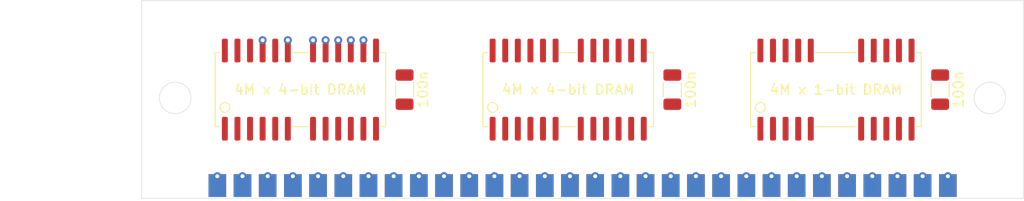
<source format=kicad_pcb>
(kicad_pcb (version 20171130) (host pcbnew "(5.1.9-0-10_14)")

  (general
    (thickness 1.6)
    (drawings 6)
    (tracks 37)
    (zones 0)
    (modules 7)
    (nets 31)
  )

  (page A4)
  (layers
    (0 F.Cu signal)
    (31 B.Cu signal)
    (32 B.Adhes user)
    (33 F.Adhes user)
    (34 B.Paste user)
    (35 F.Paste user)
    (36 B.SilkS user)
    (37 F.SilkS user)
    (38 B.Mask user)
    (39 F.Mask user)
    (40 Dwgs.User user)
    (41 Cmts.User user)
    (42 Eco1.User user)
    (43 Eco2.User user)
    (44 Edge.Cuts user)
    (45 Margin user)
    (46 B.CrtYd user)
    (47 F.CrtYd user hide)
    (48 B.Fab user)
    (49 F.Fab user hide)
  )

  (setup
    (last_trace_width 0.25)
    (user_trace_width 0.16)
    (user_trace_width 0.2)
    (trace_clearance 0.2)
    (zone_clearance 0.508)
    (zone_45_only no)
    (trace_min 0.16)
    (via_size 0.8)
    (via_drill 0.4)
    (via_min_size 0.4)
    (via_min_drill 0.3)
    (uvia_size 0.3)
    (uvia_drill 0.1)
    (uvias_allowed no)
    (uvia_min_size 0.2)
    (uvia_min_drill 0.1)
    (edge_width 0.05)
    (segment_width 0.2)
    (pcb_text_width 0.3)
    (pcb_text_size 1.5 1.5)
    (mod_edge_width 0.12)
    (mod_text_size 1 1)
    (mod_text_width 0.15)
    (pad_size 1.524 1.524)
    (pad_drill 0.762)
    (pad_to_mask_clearance 0)
    (aux_axis_origin 0 0)
    (visible_elements FFFFFF7F)
    (pcbplotparams
      (layerselection 0x010fc_ffffffff)
      (usegerberextensions false)
      (usegerberattributes true)
      (usegerberadvancedattributes true)
      (creategerberjobfile true)
      (excludeedgelayer true)
      (linewidth 0.100000)
      (plotframeref false)
      (viasonmask false)
      (mode 1)
      (useauxorigin false)
      (hpglpennumber 1)
      (hpglpenspeed 20)
      (hpglpendiameter 15.000000)
      (psnegative false)
      (psa4output false)
      (plotreference true)
      (plotvalue true)
      (plotinvisibletext false)
      (padsonsilk false)
      (subtractmaskfromsilk false)
      (outputformat 1)
      (mirror false)
      (drillshape 1)
      (scaleselection 1)
      (outputdirectory ""))
  )

  (net 0 "")
  (net 1 GND)
  (net 2 +5V)
  (net 3 /A3)
  (net 4 /A2)
  (net 5 /A1)
  (net 6 /A0)
  (net 7 /A10)
  (net 8 /A11)
  (net 9 /~RAS~)
  (net 10 /~WE~)
  (net 11 /DQ1)
  (net 12 /DQ0)
  (net 13 /DQ3)
  (net 14 /DQ2)
  (net 15 /~CAS~)
  (net 16 /A9)
  (net 17 /A8)
  (net 18 /A7)
  (net 19 /A6)
  (net 20 /A5)
  (net 21 /A4)
  (net 22 /DQ5)
  (net 23 /DQ4)
  (net 24 /DQ7)
  (net 25 /DQ6)
  (net 26 /PQ)
  (net 27 /~CASP~)
  (net 28 "Net-(IC3-Pad23)")
  (net 29 "Net-(IC3-Pad4)")
  (net 30 /PD)

  (net_class Default "This is the default net class."
    (clearance 0.2)
    (trace_width 0.25)
    (via_dia 0.8)
    (via_drill 0.4)
    (uvia_dia 0.3)
    (uvia_drill 0.1)
    (add_net +5V)
    (add_net /A0)
    (add_net /A1)
    (add_net /A10)
    (add_net /A11)
    (add_net /A2)
    (add_net /A3)
    (add_net /A4)
    (add_net /A5)
    (add_net /A6)
    (add_net /A7)
    (add_net /A8)
    (add_net /A9)
    (add_net /DQ0)
    (add_net /DQ1)
    (add_net /DQ2)
    (add_net /DQ3)
    (add_net /DQ4)
    (add_net /DQ5)
    (add_net /DQ6)
    (add_net /DQ7)
    (add_net /PD)
    (add_net /PQ)
    (add_net /~CASP~)
    (add_net /~CAS~)
    (add_net /~RAS~)
    (add_net /~WE~)
    (add_net GND)
    (add_net "Net-(IC3-Pad23)")
    (add_net "Net-(IC3-Pad4)")
  )

  (net_class Small ""
    (clearance 0.16)
    (trace_width 0.16)
    (via_dia 0.8)
    (via_drill 0.4)
    (uvia_dia 0.3)
    (uvia_drill 0.1)
  )

  (module 30pin_SIMM:30pin_SIMM (layer F.Cu) (tedit 6033EDD0) (tstamp 603473C0)
    (at 100 100)
    (descr "Adapted from https://pdf1.alldatasheet.com/datasheet-pdf/view/111210/SAMSUNG/KMM594000.html")
    (path /60394C46)
    (attr smd)
    (fp_text reference J1 (at 3 3) (layer F.Fab)
      (effects (font (size 1 1) (thickness 0.15)))
    )
    (fp_text value 30pin_SIMM_Edge (at 5 5) (layer F.Fab)
      (effects (font (size 1 1) (thickness 0.15)))
    )
    (fp_text user "Edge Cuts Layer" (at -8 -3) (layer Cmts.User)
      (effects (font (size 1 1) (thickness 0.15)))
    )
    (fp_arc (start 0.53 -4.85) (end 2.03 -4.85) (angle -90) (layer Dwgs.User) (width 0.12))
    (fp_circle (center 3.38 -10.16) (end 4.97 -10.16) (layer Dwgs.User) (width 0.12))
    (fp_line (start 0 -6.35) (end 0.53 -6.35) (layer Dwgs.User) (width 0.12))
    (fp_line (start 2.03 -4.85) (end 2.03 0) (layer Dwgs.User) (width 0.12))
    (fp_line (start 0 -20) (end 0 -6.35) (layer Dwgs.User) (width 0.12))
    (fp_line (start 2.03 0) (end 88.9 0) (layer Dwgs.User) (width 0.12))
    (fp_circle (center 85.52 -10.16) (end 87.11 -10.16) (layer Dwgs.User) (width 0.12))
    (fp_line (start 88.9 -20) (end 88.9 0) (layer Dwgs.User) (width 0.12))
    (fp_line (start 0 -20) (end 88.9 -20) (layer Dwgs.User) (width 0.12))
    (pad 30 connect rect (at 81.28 -1.3) (size 1.78 2.3) (layers B.Cu B.Mask)
      (net 2 +5V))
    (pad 29 connect rect (at 78.74 -1.3) (size 1.78 2.3) (layers B.Cu B.Mask)
      (net 30 /PD))
    (pad 28 connect rect (at 76.2 -1.3) (size 1.78 2.3) (layers B.Cu B.Mask)
      (net 27 /~CASP~))
    (pad 27 connect rect (at 73.66 -1.3) (size 1.78 2.3) (layers B.Cu B.Mask)
      (net 9 /~RAS~))
    (pad 26 connect rect (at 71.12 -1.3) (size 1.78 2.3) (layers B.Cu B.Mask)
      (net 26 /PQ))
    (pad 25 connect rect (at 68.58 -1.3) (size 1.78 2.3) (layers B.Cu B.Mask)
      (net 24 /DQ7))
    (pad 24 connect rect (at 66.04 -1.3) (size 1.78 2.3) (layers B.Cu B.Mask)
      (net 8 /A11))
    (pad 23 connect rect (at 63.5 -1.3) (size 1.78 2.3) (layers B.Cu B.Mask)
      (net 25 /DQ6))
    (pad 22 connect rect (at 60.96 -1.3) (size 1.78 2.3) (layers B.Cu B.Mask)
      (net 1 GND))
    (pad 21 connect rect (at 58.42 -1.3) (size 1.78 2.3) (layers B.Cu B.Mask)
      (net 10 /~WE~))
    (pad 20 connect rect (at 55.88 -1.3) (size 1.78 2.3) (layers B.Cu B.Mask)
      (net 22 /DQ5))
    (pad 19 connect rect (at 53.34 -1.3) (size 1.78 2.3) (layers B.Cu B.Mask)
      (net 7 /A10))
    (pad 18 connect rect (at 50.8 -1.3) (size 1.78 2.3) (layers B.Cu B.Mask)
      (net 16 /A9))
    (pad 17 connect rect (at 48.26 -1.3) (size 1.78 2.3) (layers B.Cu B.Mask)
      (net 17 /A8))
    (pad 16 connect rect (at 45.72 -1.3) (size 1.78 2.3) (layers B.Cu B.Mask)
      (net 23 /DQ4))
    (pad 15 connect rect (at 43.18 -1.3) (size 1.78 2.3) (layers B.Cu B.Mask)
      (net 18 /A7))
    (pad 14 connect rect (at 40.64 -1.3) (size 1.78 2.3) (layers B.Cu B.Mask)
      (net 19 /A6))
    (pad 13 connect rect (at 38.1 -1.3) (size 1.78 2.3) (layers B.Cu B.Mask)
      (net 13 /DQ3))
    (pad 12 connect rect (at 35.56 -1.3) (size 1.78 2.3) (layers B.Cu B.Mask)
      (net 20 /A5))
    (pad 11 connect rect (at 33.02 -1.3) (size 1.78 2.3) (layers B.Cu B.Mask)
      (net 21 /A4))
    (pad 10 connect rect (at 30.48 -1.3) (size 1.78 2.3) (layers B.Cu B.Mask)
      (net 14 /DQ2))
    (pad 9 connect rect (at 27.94 -1.3) (size 1.78 2.3) (layers B.Cu B.Mask)
      (net 1 GND))
    (pad 8 connect rect (at 25.4 -1.3) (size 1.78 2.3) (layers B.Cu B.Mask)
      (net 3 /A3))
    (pad 7 connect rect (at 22.86 -1.3) (size 1.78 2.3) (layers B.Cu B.Mask)
      (net 4 /A2))
    (pad 6 connect rect (at 20.32 -1.3) (size 1.78 2.3) (layers B.Cu B.Mask)
      (net 11 /DQ1))
    (pad 5 connect rect (at 17.78 -1.3) (size 1.78 2.3) (layers B.Cu B.Mask)
      (net 5 /A1))
    (pad 4 connect rect (at 15.24 -1.3) (size 1.78 2.3) (layers B.Cu B.Mask)
      (net 6 /A0))
    (pad 3 connect rect (at 12.7 -1.3) (size 1.78 2.3) (layers B.Cu B.Mask)
      (net 12 /DQ0))
    (pad 2 connect rect (at 10.16 -1.3) (size 1.78 2.3) (layers B.Cu B.Mask)
      (net 15 /~CAS~))
    (pad 30 connect rect (at 81.28 -1.3) (size 1.78 2.3) (layers F.Cu F.Mask)
      (net 2 +5V))
    (pad 29 connect rect (at 78.74 -1.3) (size 1.78 2.3) (layers F.Cu F.Mask)
      (net 30 /PD))
    (pad 28 connect rect (at 76.2 -1.3) (size 1.78 2.3) (layers F.Cu F.Mask)
      (net 27 /~CASP~))
    (pad 27 connect rect (at 73.66 -1.3) (size 1.78 2.3) (layers F.Cu F.Mask)
      (net 9 /~RAS~))
    (pad 26 connect rect (at 71.12 -1.3) (size 1.78 2.3) (layers F.Cu F.Mask)
      (net 26 /PQ))
    (pad 25 connect rect (at 68.58 -1.3) (size 1.78 2.3) (layers F.Cu F.Mask)
      (net 24 /DQ7))
    (pad 24 connect rect (at 66.04 -1.3) (size 1.78 2.3) (layers F.Cu F.Mask)
      (net 8 /A11))
    (pad 23 connect rect (at 63.5 -1.3) (size 1.78 2.3) (layers F.Cu F.Mask)
      (net 25 /DQ6))
    (pad 22 connect rect (at 60.96 -1.3) (size 1.78 2.3) (layers F.Cu F.Mask)
      (net 1 GND))
    (pad 21 connect rect (at 58.42 -1.3) (size 1.78 2.3) (layers F.Cu F.Mask)
      (net 10 /~WE~))
    (pad 20 connect rect (at 55.88 -1.3) (size 1.78 2.3) (layers F.Cu F.Mask)
      (net 22 /DQ5))
    (pad 19 connect rect (at 53.34 -1.3) (size 1.78 2.3) (layers F.Cu F.Mask)
      (net 7 /A10))
    (pad 18 connect rect (at 50.8 -1.3) (size 1.78 2.3) (layers F.Cu F.Mask)
      (net 16 /A9))
    (pad 17 connect rect (at 48.26 -1.3) (size 1.78 2.3) (layers F.Cu F.Mask)
      (net 17 /A8))
    (pad 16 connect rect (at 45.72 -1.3) (size 1.78 2.3) (layers F.Cu F.Mask)
      (net 23 /DQ4))
    (pad 15 connect rect (at 43.18 -1.3) (size 1.78 2.3) (layers F.Cu F.Mask)
      (net 18 /A7))
    (pad 14 connect rect (at 40.64 -1.3) (size 1.78 2.3) (layers F.Cu F.Mask)
      (net 19 /A6))
    (pad 13 connect rect (at 38.1 -1.3) (size 1.78 2.3) (layers F.Cu F.Mask)
      (net 13 /DQ3))
    (pad 12 connect rect (at 35.56 -1.3) (size 1.78 2.3) (layers F.Cu F.Mask)
      (net 20 /A5))
    (pad 11 connect rect (at 33.02 -1.3) (size 1.78 2.3) (layers F.Cu F.Mask)
      (net 21 /A4))
    (pad 10 connect rect (at 30.48 -1.3) (size 1.78 2.3) (layers F.Cu F.Mask)
      (net 14 /DQ2))
    (pad 9 connect rect (at 27.94 -1.3) (size 1.78 2.3) (layers F.Cu F.Mask)
      (net 1 GND))
    (pad 8 connect rect (at 25.4 -1.3) (size 1.78 2.3) (layers F.Cu F.Mask)
      (net 3 /A3))
    (pad 7 connect rect (at 22.86 -1.3) (size 1.78 2.3) (layers F.Cu F.Mask)
      (net 4 /A2))
    (pad 6 connect rect (at 20.32 -1.3) (size 1.78 2.3) (layers F.Cu F.Mask)
      (net 11 /DQ1))
    (pad 5 connect rect (at 17.78 -1.3) (size 1.78 2.3) (layers F.Cu F.Mask)
      (net 5 /A1))
    (pad 4 connect rect (at 15.24 -1.3) (size 1.78 2.3) (layers F.Cu F.Mask)
      (net 6 /A0))
    (pad 3 connect rect (at 12.7 -1.3) (size 1.78 2.3) (layers F.Cu F.Mask)
      (net 12 /DQ0))
    (pad 2 connect rect (at 10.16 -1.3) (size 1.78 2.3) (layers F.Cu F.Mask)
      (net 15 /~CAS~))
    (pad 1 connect rect (at 7.62 -1.3) (size 1.78 2.3) (layers F.Cu F.Mask)
      (net 2 +5V))
    (pad 1 connect rect (at 7.62 -1.3) (size 1.78 2.3) (layers B.Cu B.Mask)
      (net 2 +5V))
  )

  (module 30pin_SIMM:4Mx1bit_DRAM_SOJ-20-26_7.5mm_HandSolder (layer F.Cu) (tedit 6033B8D0) (tstamp 60347376)
    (at 170 89 90)
    (descr "Adapted from https://www.topline.tv/drawings/pdf/SOJ/SOLJ2026.pdf")
    (path /60346061)
    (attr smd)
    (fp_text reference IC3 (at -14.2 -0.5 180) (layer F.Fab)
      (effects (font (size 1 1) (thickness 0.15)))
    )
    (fp_text value 4Mx1bit_DRAM (at -12.2 -0.5 180) (layer F.Fab)
      (effects (font (size 1 1) (thickness 0.15)))
    )
    (fp_text user "4M x 1-bit DRAM" (at 0 0 180) (layer F.SilkS)
      (effects (font (size 1 1) (thickness 0.15)))
    )
    (fp_line (start 3.75 2.04) (end 3.75 -2.04) (layer F.SilkS) (width 0.12))
    (fp_line (start -3.75 -8.6) (end -3.75 -8.12) (layer F.SilkS) (width 0.12))
    (fp_line (start -3.75 2.04) (end -3.75 -2.04) (layer F.SilkS) (width 0.12))
    (fp_circle (center -1.8 -7.62) (end -1.3 -7.62) (layer F.SilkS) (width 0.12))
    (fp_line (start 3.75 8.6) (end -3.75 8.6) (layer F.SilkS) (width 0.12))
    (fp_line (start -3.75 -8.6) (end 3.75 -8.6) (layer F.SilkS) (width 0.12))
    (fp_line (start -3.75 8.6) (end -3.75 8.12) (layer F.SilkS) (width 0.12))
    (fp_line (start 3.75 -8.6) (end 3.75 -8.12) (layer F.SilkS) (width 0.12))
    (fp_line (start 3.75 8.6) (end 3.75 8.12) (layer F.SilkS) (width 0.12))
    (pad 26 smd roundrect (at 3.7 -7.62 90) (size 2.4 0.6) (drill (offset 0.25 0)) (layers F.Cu F.Paste F.Mask) (roundrect_rratio 0.25)
      (net 1 GND))
    (pad 25 smd roundrect (at 3.7 -6.35 90) (size 2.4 0.6) (drill (offset 0.25 0)) (layers F.Cu F.Paste F.Mask) (roundrect_rratio 0.25)
      (net 26 /PQ))
    (pad 24 smd roundrect (at 3.7 -5.08 90) (size 2.4 0.6) (drill (offset 0.25 0)) (layers F.Cu F.Paste F.Mask) (roundrect_rratio 0.25)
      (net 27 /~CASP~))
    (pad 23 smd roundrect (at 3.7 -3.81 90) (size 2.4 0.6) (drill (offset 0.25 0)) (layers F.Cu F.Paste F.Mask) (roundrect_rratio 0.25)
      (net 28 "Net-(IC3-Pad23)"))
    (pad 22 smd roundrect (at 3.7 -2.54 90) (size 2.4 0.6) (drill (offset 0.25 0)) (layers F.Cu F.Paste F.Mask) (roundrect_rratio 0.25)
      (net 16 /A9))
    (pad 18 smd roundrect (at 3.7 2.54 90) (size 2.4 0.6) (drill (offset 0.25 0)) (layers F.Cu F.Paste F.Mask) (roundrect_rratio 0.25)
      (net 17 /A8))
    (pad 17 smd roundrect (at 3.7 3.81 90) (size 2.4 0.6) (drill (offset 0.25 0)) (layers F.Cu F.Paste F.Mask) (roundrect_rratio 0.25)
      (net 18 /A7))
    (pad 16 smd roundrect (at 3.7 5.08 90) (size 2.4 0.6) (drill (offset 0.25 0)) (layers F.Cu F.Paste F.Mask) (roundrect_rratio 0.25)
      (net 19 /A6))
    (pad 15 smd roundrect (at 3.7 6.35 90) (size 2.4 0.6) (drill (offset 0.25 0)) (layers F.Cu F.Paste F.Mask) (roundrect_rratio 0.25)
      (net 20 /A5))
    (pad 13 smd roundrect (at -3.7 7.62 90) (size 2.4 0.6) (drill (offset -0.25 0)) (layers F.Cu F.Paste F.Mask) (roundrect_rratio 0.25)
      (net 2 +5V))
    (pad 12 smd roundrect (at -3.7 6.35 90) (size 2.4 0.6) (drill (offset -0.25 0)) (layers F.Cu F.Paste F.Mask) (roundrect_rratio 0.25)
      (net 3 /A3))
    (pad 11 smd roundrect (at -3.7 5.08 90) (size 2.4 0.6) (drill (offset -0.25 0)) (layers F.Cu F.Paste F.Mask) (roundrect_rratio 0.25)
      (net 4 /A2))
    (pad 10 smd roundrect (at -3.7 3.81 90) (size 2.4 0.6) (drill (offset -0.25 0)) (layers F.Cu F.Paste F.Mask) (roundrect_rratio 0.25)
      (net 5 /A1))
    (pad 9 smd roundrect (at -3.7 2.54 90) (size 2.4 0.6) (drill (offset -0.25 0)) (layers F.Cu F.Paste F.Mask) (roundrect_rratio 0.25)
      (net 6 /A0))
    (pad 5 smd roundrect (at -3.7 -2.54 90) (size 2.4 0.6) (drill (offset -0.25 0)) (layers F.Cu F.Paste F.Mask) (roundrect_rratio 0.25)
      (net 7 /A10))
    (pad 4 smd roundrect (at -3.7 -3.81 90) (size 2.4 0.6) (drill (offset -0.25 0)) (layers F.Cu F.Paste F.Mask) (roundrect_rratio 0.25)
      (net 29 "Net-(IC3-Pad4)"))
    (pad 3 smd roundrect (at -3.7 -5.08 90) (size 2.4 0.6) (drill (offset -0.25 0)) (layers F.Cu F.Paste F.Mask) (roundrect_rratio 0.25)
      (net 9 /~RAS~))
    (pad 2 smd roundrect (at -3.7 -6.35 90) (size 2.4 0.6) (drill (offset -0.25 0)) (layers F.Cu F.Paste F.Mask) (roundrect_rratio 0.25)
      (net 10 /~WE~))
    (pad 1 smd roundrect (at -3.7 -7.62 90) (size 2.4 0.6) (drill (offset -0.25 0)) (layers F.Cu F.Paste F.Mask) (roundrect_rratio 0.25)
      (net 30 /PD))
    (pad 14 smd roundrect (at 3.7 7.62 90) (size 2.4 0.6) (drill (offset 0.25 0)) (layers F.Cu F.Paste F.Mask) (roundrect_rratio 0.25)
      (net 21 /A4))
  )

  (module 30pin_SIMM:4Mx4bit_DRAM_SOJ-24-26_7.5mm_HandSolder (layer F.Cu) (tedit 6033B983) (tstamp 60347354)
    (at 143 89 90)
    (descr "Adapted from https://www.topline.tv/drawings/pdf/SOJ/SOLJ2426.pdf")
    (path /60342826)
    (attr smd)
    (fp_text reference IC2 (at -13.9 0.5 180) (layer F.Fab)
      (effects (font (size 1 1) (thickness 0.15)))
    )
    (fp_text value 4Mx4bit_DRAM (at -11.9 0.5 180) (layer F.Fab)
      (effects (font (size 1 1) (thickness 0.15)))
    )
    (fp_text user "4M x 4-bit DRAM" (at 0 0 180) (layer F.SilkS)
      (effects (font (size 1 1) (thickness 0.15)))
    )
    (fp_line (start 3.75 -0.77) (end 3.75 0.77) (layer F.SilkS) (width 0.12))
    (fp_line (start -3.75 -0.77) (end -3.75 0.77) (layer F.SilkS) (width 0.12))
    (fp_line (start -3.75 8.6) (end -3.75 8.12) (layer F.SilkS) (width 0.12))
    (fp_line (start 3.75 8.6) (end 3.75 8.12) (layer F.SilkS) (width 0.12))
    (fp_line (start -3.75 -8.6) (end 3.75 -8.6) (layer F.SilkS) (width 0.12))
    (fp_line (start 3.75 8.6) (end -3.75 8.6) (layer F.SilkS) (width 0.12))
    (fp_circle (center -1.8 -7.62) (end -1.3 -7.62) (layer F.SilkS) (width 0.12))
    (fp_line (start -3.75 -8.6) (end -3.75 -8.12) (layer F.SilkS) (width 0.12))
    (fp_line (start 3.75 -8.6) (end 3.75 -8.12) (layer F.SilkS) (width 0.12))
    (pad 13 smd roundrect (at -3.7 7.62 90) (size 2.4 0.6) (drill (offset -0.25 0)) (layers F.Cu F.Paste F.Mask) (roundrect_rratio 0.25)
      (net 2 +5V))
    (pad 12 smd roundrect (at -3.7 6.35 90) (size 2.4 0.6) (drill (offset -0.25 0)) (layers F.Cu F.Paste F.Mask) (roundrect_rratio 0.25)
      (net 3 /A3))
    (pad 11 smd roundrect (at -3.7 5.08 90) (size 2.4 0.6) (drill (offset -0.25 0)) (layers F.Cu F.Paste F.Mask) (roundrect_rratio 0.25)
      (net 4 /A2))
    (pad 10 smd roundrect (at -3.7 3.81 90) (size 2.4 0.6) (drill (offset -0.25 0)) (layers F.Cu F.Paste F.Mask) (roundrect_rratio 0.25)
      (net 5 /A1))
    (pad 9 smd roundrect (at -3.7 2.54 90) (size 2.4 0.6) (drill (offset -0.25 0)) (layers F.Cu F.Paste F.Mask) (roundrect_rratio 0.25)
      (net 6 /A0))
    (pad 8 smd roundrect (at -3.7 1.27 90) (size 2.4 0.6) (drill (offset -0.25 0)) (layers F.Cu F.Paste F.Mask) (roundrect_rratio 0.25)
      (net 7 /A10))
    (pad 6 smd roundrect (at -3.7 -1.27 90) (size 2.4 0.6) (drill (offset -0.25 0)) (layers F.Cu F.Paste F.Mask) (roundrect_rratio 0.25)
      (net 8 /A11))
    (pad 5 smd roundrect (at -3.7 -2.54 90) (size 2.4 0.6) (drill (offset -0.25 0)) (layers F.Cu F.Paste F.Mask) (roundrect_rratio 0.25)
      (net 9 /~RAS~))
    (pad 4 smd roundrect (at -3.7 -3.81 90) (size 2.4 0.6) (drill (offset -0.25 0)) (layers F.Cu F.Paste F.Mask) (roundrect_rratio 0.25)
      (net 10 /~WE~))
    (pad 3 smd roundrect (at -3.7 -5.08 90) (size 2.4 0.6) (drill (offset -0.25 0)) (layers F.Cu F.Paste F.Mask) (roundrect_rratio 0.25)
      (net 22 /DQ5))
    (pad 2 smd roundrect (at -3.7 -6.35 90) (size 2.4 0.6) (drill (offset -0.25 0)) (layers F.Cu F.Paste F.Mask) (roundrect_rratio 0.25)
      (net 23 /DQ4))
    (pad 26 smd roundrect (at 3.7 -7.62 90) (size 2.4 0.6) (drill (offset 0.25 0)) (layers F.Cu F.Paste F.Mask) (roundrect_rratio 0.25)
      (net 1 GND))
    (pad 25 smd roundrect (at 3.7 -6.35 90) (size 2.4 0.6) (drill (offset 0.25 0)) (layers F.Cu F.Paste F.Mask) (roundrect_rratio 0.25)
      (net 24 /DQ7))
    (pad 24 smd roundrect (at 3.7 -5.08 90) (size 2.4 0.6) (drill (offset 0.25 0)) (layers F.Cu F.Paste F.Mask) (roundrect_rratio 0.25)
      (net 25 /DQ6))
    (pad 23 smd roundrect (at 3.7 -3.81 90) (size 2.4 0.6) (drill (offset 0.25 0)) (layers F.Cu F.Paste F.Mask) (roundrect_rratio 0.25)
      (net 15 /~CAS~))
    (pad 22 smd roundrect (at 3.7 -2.54 90) (size 2.4 0.6) (drill (offset 0.25 0)) (layers F.Cu F.Paste F.Mask) (roundrect_rratio 0.25)
      (net 1 GND))
    (pad 21 smd roundrect (at 3.7 -1.27 90) (size 2.4 0.6) (drill (offset 0.25 0)) (layers F.Cu F.Paste F.Mask) (roundrect_rratio 0.25)
      (net 16 /A9))
    (pad 19 smd roundrect (at 3.7 1.27 90) (size 2.4 0.6) (drill (offset 0.25 0)) (layers F.Cu F.Paste F.Mask) (roundrect_rratio 0.25)
      (net 17 /A8))
    (pad 18 smd roundrect (at 3.7 2.54 90) (size 2.4 0.6) (drill (offset 0.25 0)) (layers F.Cu F.Paste F.Mask) (roundrect_rratio 0.25)
      (net 18 /A7))
    (pad 17 smd roundrect (at 3.7 3.81 90) (size 2.4 0.6) (drill (offset 0.25 0)) (layers F.Cu F.Paste F.Mask) (roundrect_rratio 0.25)
      (net 19 /A6))
    (pad 16 smd roundrect (at 3.7 5.08 90) (size 2.4 0.6) (drill (offset 0.25 0)) (layers F.Cu F.Paste F.Mask) (roundrect_rratio 0.25)
      (net 20 /A5))
    (pad 15 smd roundrect (at 3.7 6.35 90) (size 2.4 0.6) (drill (offset 0.25 0)) (layers F.Cu F.Paste F.Mask) (roundrect_rratio 0.25)
      (net 21 /A4))
    (pad 1 smd roundrect (at -3.7 -7.62 90) (size 2.4 0.6) (drill (offset -0.25 0)) (layers F.Cu F.Paste F.Mask) (roundrect_rratio 0.25)
      (net 2 +5V))
    (pad 14 smd roundrect (at 3.7 7.62 90) (size 2.4 0.6) (drill (offset 0.25 0)) (layers F.Cu F.Paste F.Mask) (roundrect_rratio 0.25)
      (net 1 GND))
  )

  (module 30pin_SIMM:4Mx4bit_DRAM_SOJ-24-26_7.5mm_HandSolder (layer F.Cu) (tedit 6033B983) (tstamp 6034732E)
    (at 116 89 90)
    (descr "Adapted from https://www.topline.tv/drawings/pdf/SOJ/SOLJ2426.pdf")
    (path /60335F03)
    (attr smd)
    (fp_text reference IC1 (at -14.3 -0.1 180) (layer F.Fab)
      (effects (font (size 1 1) (thickness 0.15)))
    )
    (fp_text value 4Mx4bit_DRAM (at -12.3 -0.1 180) (layer F.Fab)
      (effects (font (size 1 1) (thickness 0.15)))
    )
    (fp_text user "4M x 4-bit DRAM" (at 0 0 180) (layer F.SilkS)
      (effects (font (size 1 1) (thickness 0.15)))
    )
    (fp_line (start 3.75 -0.77) (end 3.75 0.77) (layer F.SilkS) (width 0.12))
    (fp_line (start -3.75 -0.77) (end -3.75 0.77) (layer F.SilkS) (width 0.12))
    (fp_line (start -3.75 8.6) (end -3.75 8.12) (layer F.SilkS) (width 0.12))
    (fp_line (start 3.75 8.6) (end 3.75 8.12) (layer F.SilkS) (width 0.12))
    (fp_line (start -3.75 -8.6) (end 3.75 -8.6) (layer F.SilkS) (width 0.12))
    (fp_line (start 3.75 8.6) (end -3.75 8.6) (layer F.SilkS) (width 0.12))
    (fp_circle (center -1.8 -7.62) (end -1.3 -7.62) (layer F.SilkS) (width 0.12))
    (fp_line (start -3.75 -8.6) (end -3.75 -8.12) (layer F.SilkS) (width 0.12))
    (fp_line (start 3.75 -8.6) (end 3.75 -8.12) (layer F.SilkS) (width 0.12))
    (pad 13 smd roundrect (at -3.7 7.62 90) (size 2.4 0.6) (drill (offset -0.25 0)) (layers F.Cu F.Paste F.Mask) (roundrect_rratio 0.25)
      (net 2 +5V))
    (pad 12 smd roundrect (at -3.7 6.35 90) (size 2.4 0.6) (drill (offset -0.25 0)) (layers F.Cu F.Paste F.Mask) (roundrect_rratio 0.25)
      (net 3 /A3))
    (pad 11 smd roundrect (at -3.7 5.08 90) (size 2.4 0.6) (drill (offset -0.25 0)) (layers F.Cu F.Paste F.Mask) (roundrect_rratio 0.25)
      (net 4 /A2))
    (pad 10 smd roundrect (at -3.7 3.81 90) (size 2.4 0.6) (drill (offset -0.25 0)) (layers F.Cu F.Paste F.Mask) (roundrect_rratio 0.25)
      (net 5 /A1))
    (pad 9 smd roundrect (at -3.7 2.54 90) (size 2.4 0.6) (drill (offset -0.25 0)) (layers F.Cu F.Paste F.Mask) (roundrect_rratio 0.25)
      (net 6 /A0))
    (pad 8 smd roundrect (at -3.7 1.27 90) (size 2.4 0.6) (drill (offset -0.25 0)) (layers F.Cu F.Paste F.Mask) (roundrect_rratio 0.25)
      (net 7 /A10))
    (pad 6 smd roundrect (at -3.7 -1.27 90) (size 2.4 0.6) (drill (offset -0.25 0)) (layers F.Cu F.Paste F.Mask) (roundrect_rratio 0.25)
      (net 8 /A11))
    (pad 5 smd roundrect (at -3.7 -2.54 90) (size 2.4 0.6) (drill (offset -0.25 0)) (layers F.Cu F.Paste F.Mask) (roundrect_rratio 0.25)
      (net 9 /~RAS~))
    (pad 4 smd roundrect (at -3.7 -3.81 90) (size 2.4 0.6) (drill (offset -0.25 0)) (layers F.Cu F.Paste F.Mask) (roundrect_rratio 0.25)
      (net 10 /~WE~))
    (pad 3 smd roundrect (at -3.7 -5.08 90) (size 2.4 0.6) (drill (offset -0.25 0)) (layers F.Cu F.Paste F.Mask) (roundrect_rratio 0.25)
      (net 11 /DQ1))
    (pad 2 smd roundrect (at -3.7 -6.35 90) (size 2.4 0.6) (drill (offset -0.25 0)) (layers F.Cu F.Paste F.Mask) (roundrect_rratio 0.25)
      (net 12 /DQ0))
    (pad 26 smd roundrect (at 3.7 -7.62 90) (size 2.4 0.6) (drill (offset 0.25 0)) (layers F.Cu F.Paste F.Mask) (roundrect_rratio 0.25)
      (net 1 GND))
    (pad 25 smd roundrect (at 3.7 -6.35 90) (size 2.4 0.6) (drill (offset 0.25 0)) (layers F.Cu F.Paste F.Mask) (roundrect_rratio 0.25)
      (net 13 /DQ3))
    (pad 24 smd roundrect (at 3.7 -5.08 90) (size 2.4 0.6) (drill (offset 0.25 0)) (layers F.Cu F.Paste F.Mask) (roundrect_rratio 0.25)
      (net 14 /DQ2))
    (pad 23 smd roundrect (at 3.7 -3.81 90) (size 2.4 0.6) (drill (offset 0.25 0)) (layers F.Cu F.Paste F.Mask) (roundrect_rratio 0.25)
      (net 15 /~CAS~))
    (pad 22 smd roundrect (at 3.7 -2.54 90) (size 2.4 0.6) (drill (offset 0.25 0)) (layers F.Cu F.Paste F.Mask) (roundrect_rratio 0.25)
      (net 1 GND))
    (pad 21 smd roundrect (at 3.7 -1.27 90) (size 2.4 0.6) (drill (offset 0.25 0)) (layers F.Cu F.Paste F.Mask) (roundrect_rratio 0.25)
      (net 16 /A9))
    (pad 19 smd roundrect (at 3.7 1.27 90) (size 2.4 0.6) (drill (offset 0.25 0)) (layers F.Cu F.Paste F.Mask) (roundrect_rratio 0.25)
      (net 17 /A8))
    (pad 18 smd roundrect (at 3.7 2.54 90) (size 2.4 0.6) (drill (offset 0.25 0)) (layers F.Cu F.Paste F.Mask) (roundrect_rratio 0.25)
      (net 18 /A7))
    (pad 17 smd roundrect (at 3.7 3.81 90) (size 2.4 0.6) (drill (offset 0.25 0)) (layers F.Cu F.Paste F.Mask) (roundrect_rratio 0.25)
      (net 19 /A6))
    (pad 16 smd roundrect (at 3.7 5.08 90) (size 2.4 0.6) (drill (offset 0.25 0)) (layers F.Cu F.Paste F.Mask) (roundrect_rratio 0.25)
      (net 20 /A5))
    (pad 15 smd roundrect (at 3.7 6.35 90) (size 2.4 0.6) (drill (offset 0.25 0)) (layers F.Cu F.Paste F.Mask) (roundrect_rratio 0.25)
      (net 21 /A4))
    (pad 1 smd roundrect (at -3.7 -7.62 90) (size 2.4 0.6) (drill (offset -0.25 0)) (layers F.Cu F.Paste F.Mask) (roundrect_rratio 0.25)
      (net 2 +5V))
    (pad 14 smd roundrect (at 3.7 7.62 90) (size 2.4 0.6) (drill (offset 0.25 0)) (layers F.Cu F.Paste F.Mask) (roundrect_rratio 0.25)
      (net 1 GND))
  )

  (module Capacitor_SMD:C_1206_3216Metric (layer F.Cu) (tedit 5F68FEEE) (tstamp 60347308)
    (at 180.5 89 90)
    (descr "Capacitor SMD 1206 (3216 Metric), square (rectangular) end terminal, IPC_7351 nominal, (Body size source: IPC-SM-782 page 76, https://www.pcb-3d.com/wordpress/wp-content/uploads/ipc-sm-782a_amendment_1_and_2.pdf), generated with kicad-footprint-generator")
    (tags capacitor)
    (path /6034720C)
    (attr smd)
    (fp_text reference C3 (at 0 -1.85 90) (layer F.Fab)
      (effects (font (size 1 1) (thickness 0.15)))
    )
    (fp_text value 100n (at 0 1.85 90) (layer F.SilkS)
      (effects (font (size 1 1) (thickness 0.15)))
    )
    (fp_text user %R (at 0 0 90) (layer F.Fab)
      (effects (font (size 0.8 0.8) (thickness 0.12)))
    )
    (fp_line (start -1.6 0.8) (end -1.6 -0.8) (layer F.Fab) (width 0.1))
    (fp_line (start -1.6 -0.8) (end 1.6 -0.8) (layer F.Fab) (width 0.1))
    (fp_line (start 1.6 -0.8) (end 1.6 0.8) (layer F.Fab) (width 0.1))
    (fp_line (start 1.6 0.8) (end -1.6 0.8) (layer F.Fab) (width 0.1))
    (fp_line (start -0.711252 -0.91) (end 0.711252 -0.91) (layer F.SilkS) (width 0.12))
    (fp_line (start -0.711252 0.91) (end 0.711252 0.91) (layer F.SilkS) (width 0.12))
    (fp_line (start -2.3 1.15) (end -2.3 -1.15) (layer F.CrtYd) (width 0.05))
    (fp_line (start -2.3 -1.15) (end 2.3 -1.15) (layer F.CrtYd) (width 0.05))
    (fp_line (start 2.3 -1.15) (end 2.3 1.15) (layer F.CrtYd) (width 0.05))
    (fp_line (start 2.3 1.15) (end -2.3 1.15) (layer F.CrtYd) (width 0.05))
    (pad 2 smd roundrect (at 1.475 0 90) (size 1.15 1.8) (layers F.Cu F.Paste F.Mask) (roundrect_rratio 0.217391)
      (net 1 GND))
    (pad 1 smd roundrect (at -1.475 0 90) (size 1.15 1.8) (layers F.Cu F.Paste F.Mask) (roundrect_rratio 0.217391)
      (net 2 +5V))
    (model ${KISYS3DMOD}/Capacitor_SMD.3dshapes/C_1206_3216Metric.wrl
      (at (xyz 0 0 0))
      (scale (xyz 1 1 1))
      (rotate (xyz 0 0 0))
    )
  )

  (module Capacitor_SMD:C_1206_3216Metric (layer F.Cu) (tedit 5F68FEEE) (tstamp 603472F7)
    (at 153.5 89 90)
    (descr "Capacitor SMD 1206 (3216 Metric), square (rectangular) end terminal, IPC_7351 nominal, (Body size source: IPC-SM-782 page 76, https://www.pcb-3d.com/wordpress/wp-content/uploads/ipc-sm-782a_amendment_1_and_2.pdf), generated with kicad-footprint-generator")
    (tags capacitor)
    (path /60346DEB)
    (attr smd)
    (fp_text reference C2 (at 0 -1.85 90) (layer F.Fab)
      (effects (font (size 1 1) (thickness 0.15)))
    )
    (fp_text value 100n (at 0 1.85 90) (layer F.SilkS)
      (effects (font (size 1 1) (thickness 0.15)))
    )
    (fp_text user %R (at 0 0 90) (layer F.Fab)
      (effects (font (size 0.8 0.8) (thickness 0.12)))
    )
    (fp_line (start -1.6 0.8) (end -1.6 -0.8) (layer F.Fab) (width 0.1))
    (fp_line (start -1.6 -0.8) (end 1.6 -0.8) (layer F.Fab) (width 0.1))
    (fp_line (start 1.6 -0.8) (end 1.6 0.8) (layer F.Fab) (width 0.1))
    (fp_line (start 1.6 0.8) (end -1.6 0.8) (layer F.Fab) (width 0.1))
    (fp_line (start -0.711252 -0.91) (end 0.711252 -0.91) (layer F.SilkS) (width 0.12))
    (fp_line (start -0.711252 0.91) (end 0.711252 0.91) (layer F.SilkS) (width 0.12))
    (fp_line (start -2.3 1.15) (end -2.3 -1.15) (layer F.CrtYd) (width 0.05))
    (fp_line (start -2.3 -1.15) (end 2.3 -1.15) (layer F.CrtYd) (width 0.05))
    (fp_line (start 2.3 -1.15) (end 2.3 1.15) (layer F.CrtYd) (width 0.05))
    (fp_line (start 2.3 1.15) (end -2.3 1.15) (layer F.CrtYd) (width 0.05))
    (pad 2 smd roundrect (at 1.475 0 90) (size 1.15 1.8) (layers F.Cu F.Paste F.Mask) (roundrect_rratio 0.217391)
      (net 1 GND))
    (pad 1 smd roundrect (at -1.475 0 90) (size 1.15 1.8) (layers F.Cu F.Paste F.Mask) (roundrect_rratio 0.217391)
      (net 2 +5V))
    (model ${KISYS3DMOD}/Capacitor_SMD.3dshapes/C_1206_3216Metric.wrl
      (at (xyz 0 0 0))
      (scale (xyz 1 1 1))
      (rotate (xyz 0 0 0))
    )
  )

  (module Capacitor_SMD:C_1206_3216Metric (layer F.Cu) (tedit 5F68FEEE) (tstamp 603472E6)
    (at 126.5 89 90)
    (descr "Capacitor SMD 1206 (3216 Metric), square (rectangular) end terminal, IPC_7351 nominal, (Body size source: IPC-SM-782 page 76, https://www.pcb-3d.com/wordpress/wp-content/uploads/ipc-sm-782a_amendment_1_and_2.pdf), generated with kicad-footprint-generator")
    (tags capacitor)
    (path /603469E9)
    (attr smd)
    (fp_text reference C1 (at 0 -1.85 90) (layer F.Fab)
      (effects (font (size 1 1) (thickness 0.15)))
    )
    (fp_text value 100n (at 0 1.85 90) (layer F.SilkS)
      (effects (font (size 1 1) (thickness 0.15)))
    )
    (fp_text user %R (at 0 0 90) (layer F.Fab)
      (effects (font (size 0.8 0.8) (thickness 0.12)))
    )
    (fp_line (start -1.6 0.8) (end -1.6 -0.8) (layer F.Fab) (width 0.1))
    (fp_line (start -1.6 -0.8) (end 1.6 -0.8) (layer F.Fab) (width 0.1))
    (fp_line (start 1.6 -0.8) (end 1.6 0.8) (layer F.Fab) (width 0.1))
    (fp_line (start 1.6 0.8) (end -1.6 0.8) (layer F.Fab) (width 0.1))
    (fp_line (start -0.711252 -0.91) (end 0.711252 -0.91) (layer F.SilkS) (width 0.12))
    (fp_line (start -0.711252 0.91) (end 0.711252 0.91) (layer F.SilkS) (width 0.12))
    (fp_line (start -2.3 1.15) (end -2.3 -1.15) (layer F.CrtYd) (width 0.05))
    (fp_line (start -2.3 -1.15) (end 2.3 -1.15) (layer F.CrtYd) (width 0.05))
    (fp_line (start 2.3 -1.15) (end 2.3 1.15) (layer F.CrtYd) (width 0.05))
    (fp_line (start 2.3 1.15) (end -2.3 1.15) (layer F.CrtYd) (width 0.05))
    (pad 2 smd roundrect (at 1.475 0 90) (size 1.15 1.8) (layers F.Cu F.Paste F.Mask) (roundrect_rratio 0.217391)
      (net 1 GND))
    (pad 1 smd roundrect (at -1.475 0 90) (size 1.15 1.8) (layers F.Cu F.Paste F.Mask) (roundrect_rratio 0.217391)
      (net 2 +5V))
    (model ${KISYS3DMOD}/Capacitor_SMD.3dshapes/C_1206_3216Metric.wrl
      (at (xyz 0 0 0))
      (scale (xyz 1 1 1))
      (rotate (xyz 0 0 0))
    )
  )

  (gr_circle (center 185.52 89.84) (end 187.11 89.84) (layer Edge.Cuts) (width 0.05) (tstamp 60348139))
  (gr_circle (center 103.38 89.84) (end 104.97 89.84) (layer Edge.Cuts) (width 0.05))
  (gr_line (start 100 100) (end 188.9 100) (layer Edge.Cuts) (width 0.05) (tstamp 60348122))
  (gr_line (start 100 80) (end 188.9 80) (layer Edge.Cuts) (width 0.05))
  (gr_line (start 188.9 100) (end 188.9 80) (layer Edge.Cuts) (width 0.05))
  (gr_line (start 100 100) (end 100 80) (layer Edge.Cuts) (width 0.05))

  (via (at 107.62 97.75) (size 0.8) (drill 0.4) (layers F.Cu B.Cu) (net 2))
  (via (at 110.16 97.75) (size 0.8) (drill 0.4) (layers F.Cu B.Cu) (net 15) (tstamp 603489F1))
  (via (at 112.7 97.75) (size 0.8) (drill 0.4) (layers F.Cu B.Cu) (net 12) (tstamp 603489F3))
  (via (at 115.24 97.75) (size 0.8) (drill 0.4) (layers F.Cu B.Cu) (net 6) (tstamp 603489F5))
  (via (at 117.78 97.75) (size 0.8) (drill 0.4) (layers F.Cu B.Cu) (net 5) (tstamp 603489F7))
  (via (at 120.32 97.75) (size 0.8) (drill 0.4) (layers F.Cu B.Cu) (net 11) (tstamp 603489F9))
  (via (at 122.86 97.75) (size 0.8) (drill 0.4) (layers F.Cu B.Cu) (net 4) (tstamp 603489FB))
  (via (at 125.4 97.75) (size 0.8) (drill 0.4) (layers F.Cu B.Cu) (net 3) (tstamp 603489FD))
  (via (at 127.94 97.75) (size 0.8) (drill 0.4) (layers F.Cu B.Cu) (net 1) (tstamp 603489FF))
  (via (at 130.48 97.75) (size 0.8) (drill 0.4) (layers F.Cu B.Cu) (net 14) (tstamp 60348A01))
  (via (at 133.02 97.75) (size 0.8) (drill 0.4) (layers F.Cu B.Cu) (net 21) (tstamp 60348A03))
  (via (at 135.56 97.75) (size 0.8) (drill 0.4) (layers F.Cu B.Cu) (net 20) (tstamp 60348A05))
  (via (at 138.1 97.75) (size 0.8) (drill 0.4) (layers F.Cu B.Cu) (net 13) (tstamp 60348A07))
  (via (at 140.64 97.75) (size 0.8) (drill 0.4) (layers F.Cu B.Cu) (net 19) (tstamp 60348A09))
  (via (at 143.18 97.75) (size 0.8) (drill 0.4) (layers F.Cu B.Cu) (net 18) (tstamp 60348A0B))
  (via (at 145.72 97.75) (size 0.8) (drill 0.4) (layers F.Cu B.Cu) (net 23) (tstamp 60348A0D))
  (via (at 148.26 97.75) (size 0.8) (drill 0.4) (layers F.Cu B.Cu) (net 17) (tstamp 60348A0F))
  (via (at 150.8 97.75) (size 0.8) (drill 0.4) (layers F.Cu B.Cu) (net 16) (tstamp 60348A11))
  (via (at 153.34 97.75) (size 0.8) (drill 0.4) (layers F.Cu B.Cu) (net 7) (tstamp 60348A13))
  (via (at 155.88 97.75) (size 0.8) (drill 0.4) (layers F.Cu B.Cu) (net 22) (tstamp 60348A15))
  (via (at 158.42 97.75) (size 0.8) (drill 0.4) (layers F.Cu B.Cu) (net 10) (tstamp 60348A17))
  (via (at 160.96 97.75) (size 0.8) (drill 0.4) (layers F.Cu B.Cu) (net 1) (tstamp 60348A19))
  (via (at 163.5 97.75) (size 0.8) (drill 0.4) (layers F.Cu B.Cu) (net 25) (tstamp 60348A1B))
  (via (at 166.04 97.75) (size 0.8) (drill 0.4) (layers F.Cu B.Cu) (net 8) (tstamp 60348A1D))
  (via (at 168.58 97.75) (size 0.8) (drill 0.4) (layers F.Cu B.Cu) (net 24) (tstamp 60348A1F))
  (via (at 171.12 97.75) (size 0.8) (drill 0.4) (layers F.Cu B.Cu) (net 26) (tstamp 60348A21))
  (via (at 173.66 97.75) (size 0.8) (drill 0.4) (layers F.Cu B.Cu) (net 9) (tstamp 60348A23))
  (via (at 176.2 97.75) (size 0.8) (drill 0.4) (layers F.Cu B.Cu) (net 27) (tstamp 60348A25))
  (via (at 178.74 97.75) (size 0.8) (drill 0.4) (layers F.Cu B.Cu) (net 30) (tstamp 60348A27))
  (via (at 181.28 97.75) (size 0.8) (drill 0.4) (layers F.Cu B.Cu) (net 2) (tstamp 60348A29))
  (via (at 112.19 84) (size 0.8) (drill 0.4) (layers F.Cu B.Cu) (net 15))
  (via (at 114.73 84) (size 0.8) (drill 0.4) (layers F.Cu B.Cu) (net 16) (tstamp 603489D0))
  (via (at 117.27 84) (size 0.8) (drill 0.4) (layers F.Cu B.Cu) (net 17) (tstamp 603489D4))
  (via (at 118.54 84) (size 0.8) (drill 0.4) (layers F.Cu B.Cu) (net 18) (tstamp 603489D6))
  (via (at 119.81 84) (size 0.8) (drill 0.4) (layers F.Cu B.Cu) (net 19) (tstamp 603489D8))
  (via (at 121.08 84) (size 0.8) (drill 0.4) (layers F.Cu B.Cu) (net 20) (tstamp 603489DA))
  (via (at 122.35 84) (size 0.8) (drill 0.4) (layers F.Cu B.Cu) (net 21) (tstamp 603489DC))

)

</source>
